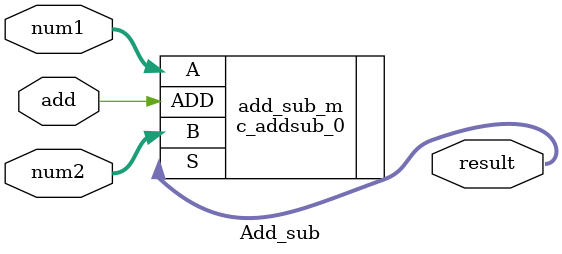
<source format=v>
`timescale 1ns / 1ps


module Add_sub(
    input add,
    input [31:0] num1,
    input [31:0] num2,
    output [31:0] result
    );

    c_addsub_0 add_sub_m(
        .A(num1),      // input wire [31 : 0] A
        .B(num2),      // input wire [31 : 0] B
        .ADD(add),  // input wire ADD
        .S(result)      // output wire [31 : 0] S
    );

endmodule

</source>
